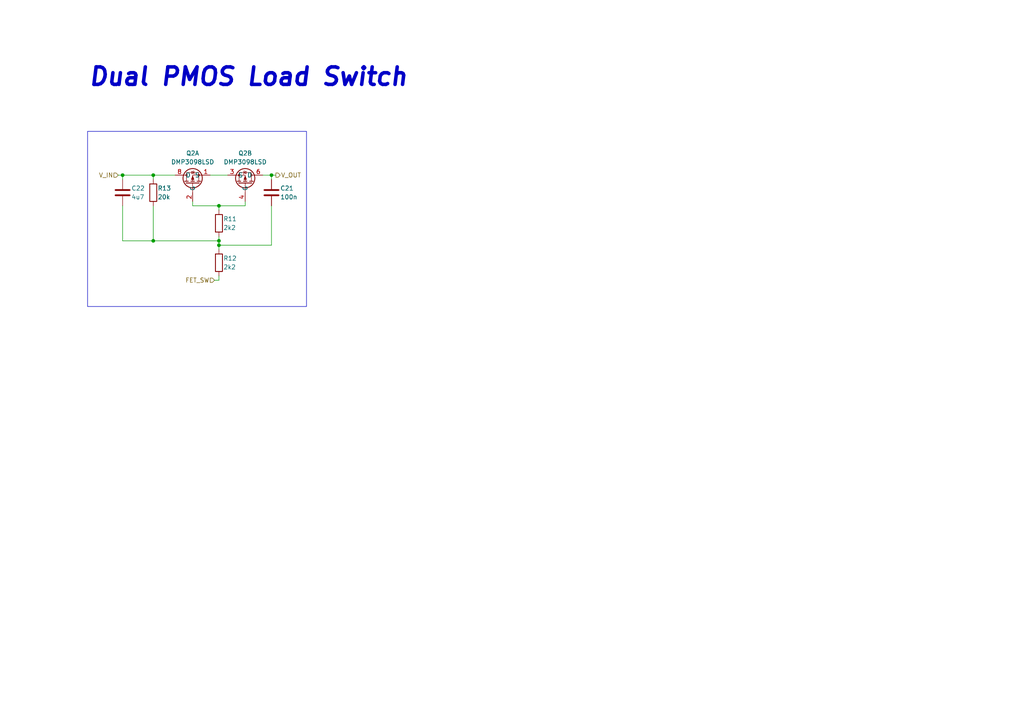
<source format=kicad_sch>
(kicad_sch (version 20230121) (generator eeschema)
  (paper "A4")
  (title_block (title "USBC-PowerSwitcher") (date "2023-08-26") (rev "R0") (company "s-grundner"))
  (lib_symbols
    (symbol "Device:C" (pin_numbers hide) (pin_names (offset 0.254))
      (property "Reference" "C" (at 0.635 2.54 0))
      (property "Value" "C" (at 0.635 -2.54 0))
      (symbol "C_0_1"
        (polyline (pts (xy -2.032 -0.762) (xy 2.032 -0.762)) (stroke (width 0.508)))
        (polyline (pts (xy -2.032 0.762) (xy 2.032 0.762)) (stroke (width 0.508)))
      )
      (symbol "C_1_1"
        (pin passive line (at 0 3.81 270) (length 2.794) (name "~") (number "1"))
        (pin passive line (at 0 -3.81 90) (length 2.794) (name "~") (number "2"))
      )
    )
    (symbol "Device:R" (pin_numbers hide) (pin_names (offset 0))
      (property "Reference" "R" (at 2.032 0 90))
      (property "Value" "R" (at 0 0 90))
      (symbol "R_0_1"
        (rectangle (start -1.016 -2.54) (end 1.016 2.54) (stroke (width 0.254)))
      )
      (symbol "R_1_1"
        (pin passive line (at 0 3.81 270) (length 1.27) (name "~") (number "1"))
        (pin passive line (at 0 -3.81 90) (length 1.27) (name "~") (number "2"))
      )
    )
    (symbol "Transistor_FET:DMP3098LSD"
      (property "Reference" "Q" (at 0 15.24 0))
      (property "Value" "DMP3098LSD" (at 0 12.7 0))
      (symbol "DMP3098LSD_0_1"
        (circle (center -0.889 0) (radius 2.794) (stroke (width 0.254)))
        (circle (center 0 -1.778) (radius 0.254) (fill (type outline)))
        (polyline (pts (xy -2.286 0) (xy -5.08 0)))
        (polyline (pts (xy -2.286 1.905) (xy -2.286 -1.905)) (stroke (width 0.254)))
        (polyline (pts (xy -1.778 -1.27) (xy -1.778 -2.286)) (stroke (width 0.254)))
        (polyline (pts (xy -1.778 0.508) (xy -1.778 -0.508)) (stroke (width 0.254)))
        (polyline (pts (xy -1.778 2.286) (xy -1.778 1.27)) (stroke (width 0.254)))
        (polyline (pts (xy 0 2.54) (xy 0 1.778)))
        (polyline (pts (xy 0 -2.54) (xy 0 0) (xy -1.778 0)))
        (polyline (pts (xy -1.778 1.778) (xy 0.762 1.778) (xy 0.762 -1.778) (xy -1.778 -1.778)))
        (polyline (pts (xy -0.254 0) (xy -1.27 0.381) (xy -1.27 -0.381) (xy -0.254 0)) (fill (type outline)))
        (polyline (pts (xy 0.254 -0.508) (xy 0.381 -0.381) (xy 1.143 -0.381) (xy 1.27 -0.254)))
        (polyline (pts (xy 0.762 -0.381) (xy 0.381 0.254) (xy 1.143 0.254) (xy 0.762 -0.381)))
        (circle (center 0 1.778) (radius 0.254) (fill (type outline)))
      )
      (symbol "DMP3098LSD_1_1"
        (pin passive line (at 0 -5.08 90) (length 2.54) (name "S") (number "1"))
        (pin input line (at -7.62 0 0) (length 2.54) (name "G") (number "2"))
        (pin passive line (at 0 5.08 270) (length 2.54) hide (name "D") (number "7"))
        (pin passive line (at 0 5.08 270) (length 2.54) (name "D") (number "8"))
      )
      (symbol "DMP3098LSD_2_1"
        (pin passive line (at 0 -5.08 90) (length 2.54) (name "S") (number "3"))
        (pin input line (at -7.62 0 0) (length 2.54) (name "G") (number "4"))
        (pin passive line (at 0 5.08 270) (length 2.54) hide (name "D") (number "5"))
        (pin passive line (at 0 5.08 270) (length 2.54) (name "D") (number "6"))
      )
    )
  )
  (junction (at 35.56 50.8))
  (junction (at 44.45 50.8))
  (junction (at 63.5 69.85))
  (junction (at 78.74 50.8))
  (junction (at 63.5 59.69))
  (junction (at 63.5 71.12))
  (junction (at 44.45 69.85))
  (wire (pts (xy 34.29 50.8) (xy 35.56 50.8)))
  (wire (pts (xy 44.45 50.8) (xy 50.8 50.8)))
  (wire (pts (xy 78.74 50.8) (xy 78.74 52.07)))
  (wire (pts (xy 63.5 80.01) (xy 63.5 81.28)))
  (wire (pts (xy 44.45 59.69) (xy 44.45 69.85)))
  (wire (pts (xy 76.2 50.8) (xy 78.74 50.8)))
  (wire (pts (xy 63.5 72.39) (xy 63.5 71.12)))
  (wire (pts (xy 35.56 52.07) (xy 35.56 50.8)))
  (wire (pts (xy 35.56 50.8) (xy 44.45 50.8)))
  (wire (pts (xy 44.45 69.85) (xy 63.5 69.85)))
  (wire (pts (xy 35.56 69.85) (xy 44.45 69.85)))
  (wire (pts (xy 63.5 71.12) (xy 78.74 71.12)))
  (wire (pts (xy 35.56 59.69) (xy 35.56 69.85)))
  (wire (pts (xy 60.96 50.8) (xy 66.04 50.8)))
  (wire (pts (xy 78.74 50.8) (xy 80.01 50.8)))
  (wire (pts (xy 63.5 71.12) (xy 63.5 69.85)))
  (wire (pts (xy 71.12 59.69) (xy 71.12 58.42)))
  (wire (pts (xy 63.5 59.69) (xy 71.12 59.69)))
  (wire (pts (xy 63.5 69.85) (xy 63.5 68.58)))
  (wire (pts (xy 55.88 59.69) (xy 63.5 59.69)))
  (wire (pts (xy 78.74 71.12) (xy 78.74 59.69)))
  (wire (pts (xy 44.45 52.07) (xy 44.45 50.8)))
  (wire (pts (xy 63.5 59.69) (xy 63.5 60.96)))
  (wire (pts (xy 62.23 81.28) (xy 63.5 81.28)))
  (wire (pts (xy 55.88 58.42) (xy 55.88 59.69)))
  (rectangle (start 25.4 38.1) (end 88.9 88.9))
  (text "Dual PMOS Load Switch" (at 25.4 25.4 0) (effects (font (size 5.08 5.08) (thickness 1.016) bold italic) (justify left bottom)))
  (hierarchical_label "V_OUT" (shape output) (at 80.01 50.8 0))
  (hierarchical_label "FET_SW" (shape input) (at 62.23 81.28 180))
  (hierarchical_label "V_IN" (shape input) (at 34.29 50.8 180))
  (symbol (lib_id "Device:R") (at 63.5 64.77 0) (unit 1)
    (property "Reference" "R11" (at 64.77 63.5 0) (effects (justify left)))
    (property "Value" "2k2" (at 64.77 66.04 0) (effects (justify left)))
    (property "Footprint" "Resistor_SMD:R_0402_1005Metric" (effects hide))
    (property "LCSC #" "C25879" (effects hide))
    (instances (project "USBC-PowerSwitcher" (path "" (reference "R11") (unit 1)) (path "" (reference "R12") (unit 1))))
  )
  (symbol (lib_id "Transistor_FET:DMP3098LSD") (at 55.88 50.8 90) (unit 1)
    (property "Reference" "Q2" (at 55.88 44.45 90))
    (property "Value" "DMP3098LSD" (at 55.88 46.99 90))
    (property "Footprint" "Package_SO:SO-8_3.9x4.9mm_P1.27mm" (effects hide))
    (property "LCSC #" "C531177" (effects hide))
  )
  (symbol (lib_id "Device:R") (at 63.5 76.2 0) (unit 1)
    (property "Reference" "R12" (at 64.77 74.93 0) (effects (justify left)))
    (property "Value" "2k2" (at 64.77 77.47 0) (effects (justify left)))
    (property "Footprint" "Resistor_SMD:R_0402_1005Metric" (effects hide))
    (property "LCSC #" "C25879" (effects hide))
    (instances (project "USBC-PowerSwitcher" (path "" (reference "R12") (unit 1)) (path "" (reference "R13") (unit 1))))
  )
  (symbol (lib_id "Device:C") (at 35.56 55.88 0) (unit 1)
    (property "Reference" "C22" (at 38.1 54.61 0) (effects (justify left)))
    (property "Value" "4u7" (at 38.1 57.15 0) (effects (justify left)))
    (property "Footprint" "Capacitor_SMD:C_0805_2012Metric" (effects hide))
    (property "LCSC #" "C1779" (effects hide))
    (instances (project "USBC-PowerSwitcher" (path "" (reference "C22") (unit 1)) (path "" (reference "C21") (unit 1))))
  )
  (symbol (lib_id "Device:C") (at 78.74 55.88 0) (unit 1)
    (property "Reference" "C21" (at 81.28 54.61 0) (effects (justify left)))
    (property "Value" "100n" (at 81.28 57.15 0) (effects (justify left)))
    (property "Footprint" "Capacitor_SMD:C_0402_1005Metric" (effects hide))
    (property "LCSC #" "C307331" (effects hide))
    (instances (project "USBC-PowerSwitcher" (path "" (reference "C21") (unit 1)) (path "" (reference "C22") (unit 1))))
  )
  (symbol (lib_id "Transistor_FET:DMP3098LSD") (at 71.12 50.8 270) (mirror x) (unit 2)
    (property "Reference" "Q2" (at 71.12 44.45 90))
    (property "Value" "DMP3098LSD" (at 71.12 46.99 90))
    (property "Footprint" "Package_SO:SO-8_3.9x4.9mm_P1.27mm" (effects hide))
    (property "LCSC #" "C531177" (effects hide))
  )
  (symbol (lib_id "Device:R") (at 44.45 55.88 0) (unit 1)
    (property "Reference" "R13" (at 45.72 54.61 0) (effects (justify left)))
    (property "Value" "20k" (at 45.72 57.15 0) (effects (justify left)))
    (property "Footprint" "Resistor_SMD:R_0402_1005Metric" (effects hide))
    (property "LCSC #" "C25765" (effects hide))
    (instances (project "USBC-PowerSwitcher" (path "" (reference "R13") (unit 1)) (path "" (reference "R11") (unit 1))))
  )
)
</source>
